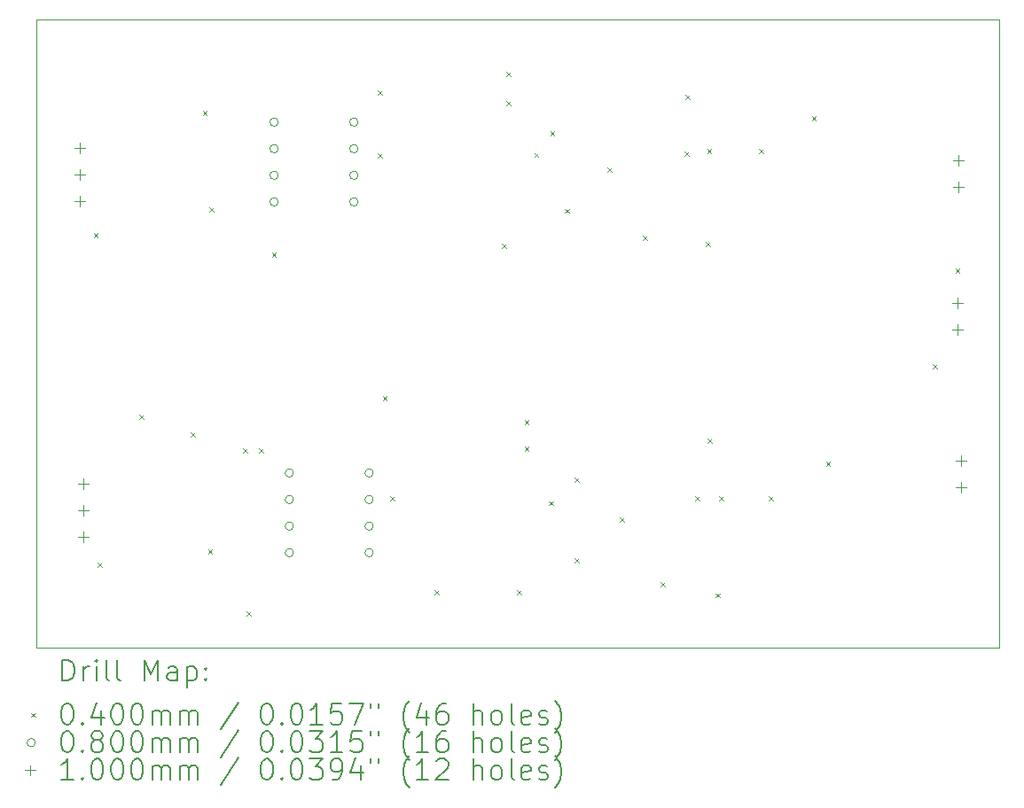
<source format=gbr>
%FSLAX45Y45*%
G04 Gerber Fmt 4.5, Leading zero omitted, Abs format (unit mm)*
G04 Created by KiCad (PCBNEW (6.99.0)) date 2022-07-26 17:29:35*
%MOMM*%
%LPD*%
G01*
G04 APERTURE LIST*
%TA.AperFunction,Profile*%
%ADD10C,0.100000*%
%TD*%
%ADD11C,0.200000*%
%ADD12C,0.040000*%
%ADD13C,0.080000*%
%ADD14C,0.100000*%
G04 APERTURE END LIST*
D10*
X9607550Y-6488400D02*
X18807550Y-6488400D01*
X18807550Y-6488400D02*
X18807550Y-12488400D01*
X18807550Y-12488400D02*
X9607550Y-12488400D01*
X9607550Y-12488400D02*
X9607550Y-6488400D01*
D11*
D12*
X10158000Y-8525800D02*
X10198000Y-8565800D01*
X10198000Y-8525800D02*
X10158000Y-8565800D01*
X10197150Y-11675400D02*
X10237150Y-11715400D01*
X10237150Y-11675400D02*
X10197150Y-11715400D01*
X10597200Y-10267000D02*
X10637200Y-10307000D01*
X10637200Y-10267000D02*
X10597200Y-10307000D01*
X11086150Y-10430800D02*
X11126150Y-10470800D01*
X11126150Y-10430800D02*
X11086150Y-10470800D01*
X11200450Y-7357400D02*
X11240450Y-7397400D01*
X11240450Y-7357400D02*
X11200450Y-7397400D01*
X11251250Y-11548400D02*
X11291250Y-11588400D01*
X11291250Y-11548400D02*
X11251250Y-11588400D01*
X11263950Y-8284500D02*
X11303950Y-8324500D01*
X11303950Y-8284500D02*
X11263950Y-8324500D01*
X11587800Y-10584500D02*
X11627800Y-10624500D01*
X11627800Y-10584500D02*
X11587800Y-10624500D01*
X11619550Y-12145300D02*
X11659550Y-12185300D01*
X11659550Y-12145300D02*
X11619550Y-12185300D01*
X11740200Y-10584500D02*
X11780200Y-10624500D01*
X11780200Y-10584500D02*
X11740200Y-10624500D01*
X11860850Y-8716300D02*
X11900850Y-8756300D01*
X11900850Y-8716300D02*
X11860850Y-8756300D01*
X12870500Y-7166900D02*
X12910500Y-7206900D01*
X12910500Y-7166900D02*
X12870500Y-7206900D01*
X12870500Y-7763800D02*
X12910500Y-7803800D01*
X12910500Y-7763800D02*
X12870500Y-7803800D01*
X12920000Y-10087900D02*
X12960000Y-10127900D01*
X12960000Y-10087900D02*
X12920000Y-10127900D01*
X12991150Y-11041700D02*
X13031150Y-11081700D01*
X13031150Y-11041700D02*
X12991150Y-11081700D01*
X13416600Y-11943400D02*
X13456600Y-11983400D01*
X13456600Y-11943400D02*
X13416600Y-11983400D01*
X14056900Y-8627400D02*
X14096900Y-8667400D01*
X14096900Y-8627400D02*
X14056900Y-8667400D01*
X14101500Y-6989100D02*
X14141500Y-7029100D01*
X14141500Y-6989100D02*
X14101500Y-7029100D01*
X14101500Y-7268500D02*
X14141500Y-7308500D01*
X14141500Y-7268500D02*
X14101500Y-7308500D01*
X14204000Y-11939550D02*
X14244000Y-11979550D01*
X14244000Y-11939550D02*
X14204000Y-11979550D01*
X14273850Y-10316500D02*
X14313850Y-10356500D01*
X14313850Y-10316500D02*
X14273850Y-10356500D01*
X14273850Y-10570500D02*
X14313850Y-10610500D01*
X14313850Y-10570500D02*
X14273850Y-10610500D01*
X14368100Y-7762500D02*
X14408100Y-7802500D01*
X14408100Y-7762500D02*
X14368100Y-7802500D01*
X14508800Y-11088650D02*
X14548800Y-11128650D01*
X14548800Y-11088650D02*
X14508800Y-11128650D01*
X14520500Y-7552900D02*
X14560500Y-7592900D01*
X14560500Y-7552900D02*
X14520500Y-7592900D01*
X14660200Y-8295900D02*
X14700200Y-8335900D01*
X14700200Y-8295900D02*
X14660200Y-8335900D01*
X14754550Y-11637300D02*
X14794550Y-11677300D01*
X14794550Y-11637300D02*
X14754550Y-11677300D01*
X14755150Y-10863900D02*
X14795150Y-10903900D01*
X14795150Y-10863900D02*
X14755150Y-10903900D01*
X15066700Y-7903500D02*
X15106700Y-7943500D01*
X15106700Y-7903500D02*
X15066700Y-7943500D01*
X15181900Y-11243600D02*
X15221900Y-11283600D01*
X15221900Y-11243600D02*
X15181900Y-11283600D01*
X15403100Y-8551200D02*
X15443100Y-8591200D01*
X15443100Y-8551200D02*
X15403100Y-8591200D01*
X15575600Y-11865900D02*
X15615600Y-11905900D01*
X15615600Y-11865900D02*
X15575600Y-11905900D01*
X15804200Y-7752400D02*
X15844200Y-7792400D01*
X15844200Y-7752400D02*
X15804200Y-7792400D01*
X15811500Y-7208900D02*
X15851500Y-7248900D01*
X15851500Y-7208900D02*
X15811500Y-7248900D01*
X15905800Y-11041700D02*
X15945800Y-11081700D01*
X15945800Y-11041700D02*
X15905800Y-11081700D01*
X16006400Y-8613400D02*
X16046400Y-8653400D01*
X16046400Y-8613400D02*
X16006400Y-8653400D01*
X16019100Y-7724400D02*
X16059100Y-7764400D01*
X16059100Y-7724400D02*
X16019100Y-7764400D01*
X16021300Y-10493675D02*
X16061300Y-10533675D01*
X16061300Y-10493675D02*
X16021300Y-10533675D01*
X16096300Y-11970050D02*
X16136300Y-12010050D01*
X16136300Y-11970050D02*
X16096300Y-12010050D01*
X16134400Y-11040400D02*
X16174400Y-11080400D01*
X16174400Y-11040400D02*
X16134400Y-11080400D01*
X16514400Y-7724400D02*
X16554400Y-7764400D01*
X16554400Y-7724400D02*
X16514400Y-7764400D01*
X16604300Y-11040400D02*
X16644300Y-11080400D01*
X16644300Y-11040400D02*
X16604300Y-11080400D01*
X17016000Y-7408200D02*
X17056000Y-7448200D01*
X17056000Y-7408200D02*
X17016000Y-7448200D01*
X17151700Y-10710200D02*
X17191700Y-10750200D01*
X17191700Y-10710200D02*
X17151700Y-10750200D01*
X18172750Y-9783100D02*
X18212750Y-9823100D01*
X18212750Y-9783100D02*
X18172750Y-9823100D01*
X18388650Y-8868700D02*
X18428650Y-8908700D01*
X18428650Y-8868700D02*
X18388650Y-8908700D01*
D13*
X11921850Y-7467300D02*
G75*
G03*
X11921850Y-7467300I-40000J0D01*
G01*
X11921850Y-7721300D02*
G75*
G03*
X11921850Y-7721300I-40000J0D01*
G01*
X11921850Y-7975300D02*
G75*
G03*
X11921850Y-7975300I-40000J0D01*
G01*
X11921850Y-8229300D02*
G75*
G03*
X11921850Y-8229300I-40000J0D01*
G01*
X12067900Y-10820100D02*
G75*
G03*
X12067900Y-10820100I-40000J0D01*
G01*
X12067900Y-11074100D02*
G75*
G03*
X12067900Y-11074100I-40000J0D01*
G01*
X12067900Y-11328100D02*
G75*
G03*
X12067900Y-11328100I-40000J0D01*
G01*
X12067900Y-11582100D02*
G75*
G03*
X12067900Y-11582100I-40000J0D01*
G01*
X12683850Y-7467300D02*
G75*
G03*
X12683850Y-7467300I-40000J0D01*
G01*
X12683850Y-7721300D02*
G75*
G03*
X12683850Y-7721300I-40000J0D01*
G01*
X12683850Y-7975300D02*
G75*
G03*
X12683850Y-7975300I-40000J0D01*
G01*
X12683850Y-8229300D02*
G75*
G03*
X12683850Y-8229300I-40000J0D01*
G01*
X12829900Y-10820100D02*
G75*
G03*
X12829900Y-10820100I-40000J0D01*
G01*
X12829900Y-11074100D02*
G75*
G03*
X12829900Y-11074100I-40000J0D01*
G01*
X12829900Y-11328100D02*
G75*
G03*
X12829900Y-11328100I-40000J0D01*
G01*
X12829900Y-11582100D02*
G75*
G03*
X12829900Y-11582100I-40000J0D01*
G01*
D14*
X10029500Y-7662600D02*
X10029500Y-7762600D01*
X9979500Y-7712600D02*
X10079500Y-7712600D01*
X10029500Y-7916600D02*
X10029500Y-8016600D01*
X9979500Y-7966600D02*
X10079500Y-7966600D01*
X10029500Y-8170600D02*
X10029500Y-8270600D01*
X9979500Y-8220600D02*
X10079500Y-8220600D01*
X10058400Y-10871750D02*
X10058400Y-10971750D01*
X10008400Y-10921750D02*
X10108400Y-10921750D01*
X10058400Y-11125750D02*
X10058400Y-11225750D01*
X10008400Y-11175750D02*
X10108400Y-11175750D01*
X10058400Y-11379750D02*
X10058400Y-11479750D01*
X10008400Y-11429750D02*
X10108400Y-11429750D01*
X18408650Y-9143500D02*
X18408650Y-9243500D01*
X18358650Y-9193500D02*
X18458650Y-9193500D01*
X18408650Y-9397500D02*
X18408650Y-9497500D01*
X18358650Y-9447500D02*
X18458650Y-9447500D01*
X18414300Y-7783100D02*
X18414300Y-7883100D01*
X18364300Y-7833100D02*
X18464300Y-7833100D01*
X18414300Y-8037100D02*
X18414300Y-8137100D01*
X18364300Y-8087100D02*
X18464300Y-8087100D01*
X18440600Y-10654300D02*
X18440600Y-10754300D01*
X18390600Y-10704300D02*
X18490600Y-10704300D01*
X18440600Y-10908300D02*
X18440600Y-11008300D01*
X18390600Y-10958300D02*
X18490600Y-10958300D01*
D11*
X9860169Y-12803876D02*
X9860169Y-12603876D01*
X9907788Y-12603876D01*
X9936360Y-12613400D01*
X9955407Y-12632448D01*
X9964931Y-12651495D01*
X9974455Y-12689590D01*
X9974455Y-12718162D01*
X9964931Y-12756257D01*
X9955407Y-12775305D01*
X9936360Y-12794352D01*
X9907788Y-12803876D01*
X9860169Y-12803876D01*
X10060169Y-12803876D02*
X10060169Y-12670543D01*
X10060169Y-12708638D02*
X10069693Y-12689590D01*
X10079217Y-12680067D01*
X10098264Y-12670543D01*
X10117312Y-12670543D01*
X10183979Y-12803876D02*
X10183979Y-12670543D01*
X10183979Y-12603876D02*
X10174455Y-12613400D01*
X10183979Y-12622924D01*
X10193502Y-12613400D01*
X10183979Y-12603876D01*
X10183979Y-12622924D01*
X10307788Y-12803876D02*
X10288740Y-12794352D01*
X10279217Y-12775305D01*
X10279217Y-12603876D01*
X10412550Y-12803876D02*
X10393502Y-12794352D01*
X10383979Y-12775305D01*
X10383979Y-12603876D01*
X10641121Y-12803876D02*
X10641121Y-12603876D01*
X10707788Y-12746733D01*
X10774455Y-12603876D01*
X10774455Y-12803876D01*
X10955407Y-12803876D02*
X10955407Y-12699114D01*
X10945883Y-12680067D01*
X10926836Y-12670543D01*
X10888740Y-12670543D01*
X10869693Y-12680067D01*
X10955407Y-12794352D02*
X10936360Y-12803876D01*
X10888740Y-12803876D01*
X10869693Y-12794352D01*
X10860169Y-12775305D01*
X10860169Y-12756257D01*
X10869693Y-12737209D01*
X10888740Y-12727686D01*
X10936360Y-12727686D01*
X10955407Y-12718162D01*
X11050645Y-12670543D02*
X11050645Y-12870543D01*
X11050645Y-12680067D02*
X11069693Y-12670543D01*
X11107788Y-12670543D01*
X11126836Y-12680067D01*
X11136360Y-12689590D01*
X11145883Y-12708638D01*
X11145883Y-12765781D01*
X11136360Y-12784828D01*
X11126836Y-12794352D01*
X11107788Y-12803876D01*
X11069693Y-12803876D01*
X11050645Y-12794352D01*
X11231598Y-12784828D02*
X11241121Y-12794352D01*
X11231598Y-12803876D01*
X11222074Y-12794352D01*
X11231598Y-12784828D01*
X11231598Y-12803876D01*
X11231598Y-12680067D02*
X11241121Y-12689590D01*
X11231598Y-12699114D01*
X11222074Y-12689590D01*
X11231598Y-12680067D01*
X11231598Y-12699114D01*
D12*
X9562550Y-13113400D02*
X9602550Y-13153400D01*
X9602550Y-13113400D02*
X9562550Y-13153400D01*
D11*
X9898264Y-13023876D02*
X9917312Y-13023876D01*
X9936360Y-13033400D01*
X9945883Y-13042924D01*
X9955407Y-13061971D01*
X9964931Y-13100067D01*
X9964931Y-13147686D01*
X9955407Y-13185781D01*
X9945883Y-13204828D01*
X9936360Y-13214352D01*
X9917312Y-13223876D01*
X9898264Y-13223876D01*
X9879217Y-13214352D01*
X9869693Y-13204828D01*
X9860169Y-13185781D01*
X9850645Y-13147686D01*
X9850645Y-13100067D01*
X9860169Y-13061971D01*
X9869693Y-13042924D01*
X9879217Y-13033400D01*
X9898264Y-13023876D01*
X10050645Y-13204828D02*
X10060169Y-13214352D01*
X10050645Y-13223876D01*
X10041121Y-13214352D01*
X10050645Y-13204828D01*
X10050645Y-13223876D01*
X10231598Y-13090543D02*
X10231598Y-13223876D01*
X10183979Y-13014352D02*
X10136360Y-13157209D01*
X10260169Y-13157209D01*
X10374455Y-13023876D02*
X10393502Y-13023876D01*
X10412550Y-13033400D01*
X10422074Y-13042924D01*
X10431598Y-13061971D01*
X10441121Y-13100067D01*
X10441121Y-13147686D01*
X10431598Y-13185781D01*
X10422074Y-13204828D01*
X10412550Y-13214352D01*
X10393502Y-13223876D01*
X10374455Y-13223876D01*
X10355407Y-13214352D01*
X10345883Y-13204828D01*
X10336360Y-13185781D01*
X10326836Y-13147686D01*
X10326836Y-13100067D01*
X10336360Y-13061971D01*
X10345883Y-13042924D01*
X10355407Y-13033400D01*
X10374455Y-13023876D01*
X10564931Y-13023876D02*
X10583979Y-13023876D01*
X10603026Y-13033400D01*
X10612550Y-13042924D01*
X10622074Y-13061971D01*
X10631598Y-13100067D01*
X10631598Y-13147686D01*
X10622074Y-13185781D01*
X10612550Y-13204828D01*
X10603026Y-13214352D01*
X10583979Y-13223876D01*
X10564931Y-13223876D01*
X10545883Y-13214352D01*
X10536360Y-13204828D01*
X10526836Y-13185781D01*
X10517312Y-13147686D01*
X10517312Y-13100067D01*
X10526836Y-13061971D01*
X10536360Y-13042924D01*
X10545883Y-13033400D01*
X10564931Y-13023876D01*
X10717312Y-13223876D02*
X10717312Y-13090543D01*
X10717312Y-13109590D02*
X10726836Y-13100067D01*
X10745883Y-13090543D01*
X10774455Y-13090543D01*
X10793502Y-13100067D01*
X10803026Y-13119114D01*
X10803026Y-13223876D01*
X10803026Y-13119114D02*
X10812550Y-13100067D01*
X10831598Y-13090543D01*
X10860169Y-13090543D01*
X10879217Y-13100067D01*
X10888740Y-13119114D01*
X10888740Y-13223876D01*
X10983979Y-13223876D02*
X10983979Y-13090543D01*
X10983979Y-13109590D02*
X10993502Y-13100067D01*
X11012550Y-13090543D01*
X11041121Y-13090543D01*
X11060169Y-13100067D01*
X11069693Y-13119114D01*
X11069693Y-13223876D01*
X11069693Y-13119114D02*
X11079217Y-13100067D01*
X11098264Y-13090543D01*
X11126836Y-13090543D01*
X11145883Y-13100067D01*
X11155407Y-13119114D01*
X11155407Y-13223876D01*
X11545883Y-13014352D02*
X11374455Y-13271495D01*
X11803026Y-13023876D02*
X11822074Y-13023876D01*
X11841121Y-13033400D01*
X11850645Y-13042924D01*
X11860169Y-13061971D01*
X11869693Y-13100067D01*
X11869693Y-13147686D01*
X11860169Y-13185781D01*
X11850645Y-13204828D01*
X11841121Y-13214352D01*
X11822074Y-13223876D01*
X11803026Y-13223876D01*
X11783978Y-13214352D01*
X11774455Y-13204828D01*
X11764931Y-13185781D01*
X11755407Y-13147686D01*
X11755407Y-13100067D01*
X11764931Y-13061971D01*
X11774455Y-13042924D01*
X11783978Y-13033400D01*
X11803026Y-13023876D01*
X11955407Y-13204828D02*
X11964931Y-13214352D01*
X11955407Y-13223876D01*
X11945883Y-13214352D01*
X11955407Y-13204828D01*
X11955407Y-13223876D01*
X12088740Y-13023876D02*
X12107788Y-13023876D01*
X12126836Y-13033400D01*
X12136359Y-13042924D01*
X12145883Y-13061971D01*
X12155407Y-13100067D01*
X12155407Y-13147686D01*
X12145883Y-13185781D01*
X12136359Y-13204828D01*
X12126836Y-13214352D01*
X12107788Y-13223876D01*
X12088740Y-13223876D01*
X12069693Y-13214352D01*
X12060169Y-13204828D01*
X12050645Y-13185781D01*
X12041121Y-13147686D01*
X12041121Y-13100067D01*
X12050645Y-13061971D01*
X12060169Y-13042924D01*
X12069693Y-13033400D01*
X12088740Y-13023876D01*
X12345883Y-13223876D02*
X12231598Y-13223876D01*
X12288740Y-13223876D02*
X12288740Y-13023876D01*
X12269693Y-13052448D01*
X12250645Y-13071495D01*
X12231598Y-13081019D01*
X12526836Y-13023876D02*
X12431598Y-13023876D01*
X12422074Y-13119114D01*
X12431598Y-13109590D01*
X12450645Y-13100067D01*
X12498264Y-13100067D01*
X12517312Y-13109590D01*
X12526836Y-13119114D01*
X12536359Y-13138162D01*
X12536359Y-13185781D01*
X12526836Y-13204828D01*
X12517312Y-13214352D01*
X12498264Y-13223876D01*
X12450645Y-13223876D01*
X12431598Y-13214352D01*
X12422074Y-13204828D01*
X12603026Y-13023876D02*
X12736359Y-13023876D01*
X12650645Y-13223876D01*
X12803026Y-13023876D02*
X12803026Y-13061971D01*
X12879217Y-13023876D02*
X12879217Y-13061971D01*
X13174455Y-13300067D02*
X13164931Y-13290543D01*
X13145883Y-13261971D01*
X13136359Y-13242924D01*
X13126836Y-13214352D01*
X13117312Y-13166733D01*
X13117312Y-13128638D01*
X13126836Y-13081019D01*
X13136359Y-13052448D01*
X13145883Y-13033400D01*
X13164931Y-13004828D01*
X13174455Y-12995305D01*
X13336359Y-13090543D02*
X13336359Y-13223876D01*
X13288740Y-13014352D02*
X13241121Y-13157209D01*
X13364931Y-13157209D01*
X13526836Y-13023876D02*
X13488740Y-13023876D01*
X13469693Y-13033400D01*
X13460169Y-13042924D01*
X13441121Y-13071495D01*
X13431598Y-13109590D01*
X13431598Y-13185781D01*
X13441121Y-13204828D01*
X13450645Y-13214352D01*
X13469693Y-13223876D01*
X13507788Y-13223876D01*
X13526836Y-13214352D01*
X13536359Y-13204828D01*
X13545883Y-13185781D01*
X13545883Y-13138162D01*
X13536359Y-13119114D01*
X13526836Y-13109590D01*
X13507788Y-13100067D01*
X13469693Y-13100067D01*
X13450645Y-13109590D01*
X13441121Y-13119114D01*
X13431598Y-13138162D01*
X13783978Y-13223876D02*
X13783978Y-13023876D01*
X13869693Y-13223876D02*
X13869693Y-13119114D01*
X13860169Y-13100067D01*
X13841121Y-13090543D01*
X13812550Y-13090543D01*
X13793502Y-13100067D01*
X13783978Y-13109590D01*
X13993502Y-13223876D02*
X13974455Y-13214352D01*
X13964931Y-13204828D01*
X13955407Y-13185781D01*
X13955407Y-13128638D01*
X13964931Y-13109590D01*
X13974455Y-13100067D01*
X13993502Y-13090543D01*
X14022074Y-13090543D01*
X14041121Y-13100067D01*
X14050645Y-13109590D01*
X14060169Y-13128638D01*
X14060169Y-13185781D01*
X14050645Y-13204828D01*
X14041121Y-13214352D01*
X14022074Y-13223876D01*
X13993502Y-13223876D01*
X14174455Y-13223876D02*
X14155407Y-13214352D01*
X14145883Y-13195305D01*
X14145883Y-13023876D01*
X14326836Y-13214352D02*
X14307788Y-13223876D01*
X14269693Y-13223876D01*
X14250645Y-13214352D01*
X14241121Y-13195305D01*
X14241121Y-13119114D01*
X14250645Y-13100067D01*
X14269693Y-13090543D01*
X14307788Y-13090543D01*
X14326836Y-13100067D01*
X14336359Y-13119114D01*
X14336359Y-13138162D01*
X14241121Y-13157209D01*
X14412550Y-13214352D02*
X14431598Y-13223876D01*
X14469693Y-13223876D01*
X14488740Y-13214352D01*
X14498264Y-13195305D01*
X14498264Y-13185781D01*
X14488740Y-13166733D01*
X14469693Y-13157209D01*
X14441121Y-13157209D01*
X14422074Y-13147686D01*
X14412550Y-13128638D01*
X14412550Y-13119114D01*
X14422074Y-13100067D01*
X14441121Y-13090543D01*
X14469693Y-13090543D01*
X14488740Y-13100067D01*
X14564931Y-13300067D02*
X14574455Y-13290543D01*
X14593502Y-13261971D01*
X14603026Y-13242924D01*
X14612550Y-13214352D01*
X14622074Y-13166733D01*
X14622074Y-13128638D01*
X14612550Y-13081019D01*
X14603026Y-13052448D01*
X14593502Y-13033400D01*
X14574455Y-13004828D01*
X14564931Y-12995305D01*
D13*
X9602550Y-13397400D02*
G75*
G03*
X9602550Y-13397400I-40000J0D01*
G01*
D11*
X9898264Y-13287876D02*
X9917312Y-13287876D01*
X9936360Y-13297400D01*
X9945883Y-13306924D01*
X9955407Y-13325971D01*
X9964931Y-13364067D01*
X9964931Y-13411686D01*
X9955407Y-13449781D01*
X9945883Y-13468828D01*
X9936360Y-13478352D01*
X9917312Y-13487876D01*
X9898264Y-13487876D01*
X9879217Y-13478352D01*
X9869693Y-13468828D01*
X9860169Y-13449781D01*
X9850645Y-13411686D01*
X9850645Y-13364067D01*
X9860169Y-13325971D01*
X9869693Y-13306924D01*
X9879217Y-13297400D01*
X9898264Y-13287876D01*
X10050645Y-13468828D02*
X10060169Y-13478352D01*
X10050645Y-13487876D01*
X10041121Y-13478352D01*
X10050645Y-13468828D01*
X10050645Y-13487876D01*
X10174455Y-13373590D02*
X10155407Y-13364067D01*
X10145883Y-13354543D01*
X10136360Y-13335495D01*
X10136360Y-13325971D01*
X10145883Y-13306924D01*
X10155407Y-13297400D01*
X10174455Y-13287876D01*
X10212550Y-13287876D01*
X10231598Y-13297400D01*
X10241121Y-13306924D01*
X10250645Y-13325971D01*
X10250645Y-13335495D01*
X10241121Y-13354543D01*
X10231598Y-13364067D01*
X10212550Y-13373590D01*
X10174455Y-13373590D01*
X10155407Y-13383114D01*
X10145883Y-13392638D01*
X10136360Y-13411686D01*
X10136360Y-13449781D01*
X10145883Y-13468828D01*
X10155407Y-13478352D01*
X10174455Y-13487876D01*
X10212550Y-13487876D01*
X10231598Y-13478352D01*
X10241121Y-13468828D01*
X10250645Y-13449781D01*
X10250645Y-13411686D01*
X10241121Y-13392638D01*
X10231598Y-13383114D01*
X10212550Y-13373590D01*
X10374455Y-13287876D02*
X10393502Y-13287876D01*
X10412550Y-13297400D01*
X10422074Y-13306924D01*
X10431598Y-13325971D01*
X10441121Y-13364067D01*
X10441121Y-13411686D01*
X10431598Y-13449781D01*
X10422074Y-13468828D01*
X10412550Y-13478352D01*
X10393502Y-13487876D01*
X10374455Y-13487876D01*
X10355407Y-13478352D01*
X10345883Y-13468828D01*
X10336360Y-13449781D01*
X10326836Y-13411686D01*
X10326836Y-13364067D01*
X10336360Y-13325971D01*
X10345883Y-13306924D01*
X10355407Y-13297400D01*
X10374455Y-13287876D01*
X10564931Y-13287876D02*
X10583979Y-13287876D01*
X10603026Y-13297400D01*
X10612550Y-13306924D01*
X10622074Y-13325971D01*
X10631598Y-13364067D01*
X10631598Y-13411686D01*
X10622074Y-13449781D01*
X10612550Y-13468828D01*
X10603026Y-13478352D01*
X10583979Y-13487876D01*
X10564931Y-13487876D01*
X10545883Y-13478352D01*
X10536360Y-13468828D01*
X10526836Y-13449781D01*
X10517312Y-13411686D01*
X10517312Y-13364067D01*
X10526836Y-13325971D01*
X10536360Y-13306924D01*
X10545883Y-13297400D01*
X10564931Y-13287876D01*
X10717312Y-13487876D02*
X10717312Y-13354543D01*
X10717312Y-13373590D02*
X10726836Y-13364067D01*
X10745883Y-13354543D01*
X10774455Y-13354543D01*
X10793502Y-13364067D01*
X10803026Y-13383114D01*
X10803026Y-13487876D01*
X10803026Y-13383114D02*
X10812550Y-13364067D01*
X10831598Y-13354543D01*
X10860169Y-13354543D01*
X10879217Y-13364067D01*
X10888740Y-13383114D01*
X10888740Y-13487876D01*
X10983979Y-13487876D02*
X10983979Y-13354543D01*
X10983979Y-13373590D02*
X10993502Y-13364067D01*
X11012550Y-13354543D01*
X11041121Y-13354543D01*
X11060169Y-13364067D01*
X11069693Y-13383114D01*
X11069693Y-13487876D01*
X11069693Y-13383114D02*
X11079217Y-13364067D01*
X11098264Y-13354543D01*
X11126836Y-13354543D01*
X11145883Y-13364067D01*
X11155407Y-13383114D01*
X11155407Y-13487876D01*
X11545883Y-13278352D02*
X11374455Y-13535495D01*
X11803026Y-13287876D02*
X11822074Y-13287876D01*
X11841121Y-13297400D01*
X11850645Y-13306924D01*
X11860169Y-13325971D01*
X11869693Y-13364067D01*
X11869693Y-13411686D01*
X11860169Y-13449781D01*
X11850645Y-13468828D01*
X11841121Y-13478352D01*
X11822074Y-13487876D01*
X11803026Y-13487876D01*
X11783978Y-13478352D01*
X11774455Y-13468828D01*
X11764931Y-13449781D01*
X11755407Y-13411686D01*
X11755407Y-13364067D01*
X11764931Y-13325971D01*
X11774455Y-13306924D01*
X11783978Y-13297400D01*
X11803026Y-13287876D01*
X11955407Y-13468828D02*
X11964931Y-13478352D01*
X11955407Y-13487876D01*
X11945883Y-13478352D01*
X11955407Y-13468828D01*
X11955407Y-13487876D01*
X12088740Y-13287876D02*
X12107788Y-13287876D01*
X12126836Y-13297400D01*
X12136359Y-13306924D01*
X12145883Y-13325971D01*
X12155407Y-13364067D01*
X12155407Y-13411686D01*
X12145883Y-13449781D01*
X12136359Y-13468828D01*
X12126836Y-13478352D01*
X12107788Y-13487876D01*
X12088740Y-13487876D01*
X12069693Y-13478352D01*
X12060169Y-13468828D01*
X12050645Y-13449781D01*
X12041121Y-13411686D01*
X12041121Y-13364067D01*
X12050645Y-13325971D01*
X12060169Y-13306924D01*
X12069693Y-13297400D01*
X12088740Y-13287876D01*
X12222074Y-13287876D02*
X12345883Y-13287876D01*
X12279217Y-13364067D01*
X12307788Y-13364067D01*
X12326836Y-13373590D01*
X12336359Y-13383114D01*
X12345883Y-13402162D01*
X12345883Y-13449781D01*
X12336359Y-13468828D01*
X12326836Y-13478352D01*
X12307788Y-13487876D01*
X12250645Y-13487876D01*
X12231598Y-13478352D01*
X12222074Y-13468828D01*
X12536359Y-13487876D02*
X12422074Y-13487876D01*
X12479217Y-13487876D02*
X12479217Y-13287876D01*
X12460169Y-13316448D01*
X12441121Y-13335495D01*
X12422074Y-13345019D01*
X12717312Y-13287876D02*
X12622074Y-13287876D01*
X12612550Y-13383114D01*
X12622074Y-13373590D01*
X12641121Y-13364067D01*
X12688740Y-13364067D01*
X12707788Y-13373590D01*
X12717312Y-13383114D01*
X12726836Y-13402162D01*
X12726836Y-13449781D01*
X12717312Y-13468828D01*
X12707788Y-13478352D01*
X12688740Y-13487876D01*
X12641121Y-13487876D01*
X12622074Y-13478352D01*
X12612550Y-13468828D01*
X12803026Y-13287876D02*
X12803026Y-13325971D01*
X12879217Y-13287876D02*
X12879217Y-13325971D01*
X13174455Y-13564067D02*
X13164931Y-13554543D01*
X13145883Y-13525971D01*
X13136359Y-13506924D01*
X13126836Y-13478352D01*
X13117312Y-13430733D01*
X13117312Y-13392638D01*
X13126836Y-13345019D01*
X13136359Y-13316448D01*
X13145883Y-13297400D01*
X13164931Y-13268828D01*
X13174455Y-13259305D01*
X13355407Y-13487876D02*
X13241121Y-13487876D01*
X13298264Y-13487876D02*
X13298264Y-13287876D01*
X13279217Y-13316448D01*
X13260169Y-13335495D01*
X13241121Y-13345019D01*
X13526836Y-13287876D02*
X13488740Y-13287876D01*
X13469693Y-13297400D01*
X13460169Y-13306924D01*
X13441121Y-13335495D01*
X13431598Y-13373590D01*
X13431598Y-13449781D01*
X13441121Y-13468828D01*
X13450645Y-13478352D01*
X13469693Y-13487876D01*
X13507788Y-13487876D01*
X13526836Y-13478352D01*
X13536359Y-13468828D01*
X13545883Y-13449781D01*
X13545883Y-13402162D01*
X13536359Y-13383114D01*
X13526836Y-13373590D01*
X13507788Y-13364067D01*
X13469693Y-13364067D01*
X13450645Y-13373590D01*
X13441121Y-13383114D01*
X13431598Y-13402162D01*
X13783978Y-13487876D02*
X13783978Y-13287876D01*
X13869693Y-13487876D02*
X13869693Y-13383114D01*
X13860169Y-13364067D01*
X13841121Y-13354543D01*
X13812550Y-13354543D01*
X13793502Y-13364067D01*
X13783978Y-13373590D01*
X13993502Y-13487876D02*
X13974455Y-13478352D01*
X13964931Y-13468828D01*
X13955407Y-13449781D01*
X13955407Y-13392638D01*
X13964931Y-13373590D01*
X13974455Y-13364067D01*
X13993502Y-13354543D01*
X14022074Y-13354543D01*
X14041121Y-13364067D01*
X14050645Y-13373590D01*
X14060169Y-13392638D01*
X14060169Y-13449781D01*
X14050645Y-13468828D01*
X14041121Y-13478352D01*
X14022074Y-13487876D01*
X13993502Y-13487876D01*
X14174455Y-13487876D02*
X14155407Y-13478352D01*
X14145883Y-13459305D01*
X14145883Y-13287876D01*
X14326836Y-13478352D02*
X14307788Y-13487876D01*
X14269693Y-13487876D01*
X14250645Y-13478352D01*
X14241121Y-13459305D01*
X14241121Y-13383114D01*
X14250645Y-13364067D01*
X14269693Y-13354543D01*
X14307788Y-13354543D01*
X14326836Y-13364067D01*
X14336359Y-13383114D01*
X14336359Y-13402162D01*
X14241121Y-13421209D01*
X14412550Y-13478352D02*
X14431598Y-13487876D01*
X14469693Y-13487876D01*
X14488740Y-13478352D01*
X14498264Y-13459305D01*
X14498264Y-13449781D01*
X14488740Y-13430733D01*
X14469693Y-13421209D01*
X14441121Y-13421209D01*
X14422074Y-13411686D01*
X14412550Y-13392638D01*
X14412550Y-13383114D01*
X14422074Y-13364067D01*
X14441121Y-13354543D01*
X14469693Y-13354543D01*
X14488740Y-13364067D01*
X14564931Y-13564067D02*
X14574455Y-13554543D01*
X14593502Y-13525971D01*
X14603026Y-13506924D01*
X14612550Y-13478352D01*
X14622074Y-13430733D01*
X14622074Y-13392638D01*
X14612550Y-13345019D01*
X14603026Y-13316448D01*
X14593502Y-13297400D01*
X14574455Y-13268828D01*
X14564931Y-13259305D01*
D14*
X9552550Y-13611400D02*
X9552550Y-13711400D01*
X9502550Y-13661400D02*
X9602550Y-13661400D01*
D11*
X9964931Y-13751876D02*
X9850645Y-13751876D01*
X9907788Y-13751876D02*
X9907788Y-13551876D01*
X9888740Y-13580448D01*
X9869693Y-13599495D01*
X9850645Y-13609019D01*
X10050645Y-13732828D02*
X10060169Y-13742352D01*
X10050645Y-13751876D01*
X10041121Y-13742352D01*
X10050645Y-13732828D01*
X10050645Y-13751876D01*
X10183979Y-13551876D02*
X10203026Y-13551876D01*
X10222074Y-13561400D01*
X10231598Y-13570924D01*
X10241121Y-13589971D01*
X10250645Y-13628067D01*
X10250645Y-13675686D01*
X10241121Y-13713781D01*
X10231598Y-13732828D01*
X10222074Y-13742352D01*
X10203026Y-13751876D01*
X10183979Y-13751876D01*
X10164931Y-13742352D01*
X10155407Y-13732828D01*
X10145883Y-13713781D01*
X10136360Y-13675686D01*
X10136360Y-13628067D01*
X10145883Y-13589971D01*
X10155407Y-13570924D01*
X10164931Y-13561400D01*
X10183979Y-13551876D01*
X10374455Y-13551876D02*
X10393502Y-13551876D01*
X10412550Y-13561400D01*
X10422074Y-13570924D01*
X10431598Y-13589971D01*
X10441121Y-13628067D01*
X10441121Y-13675686D01*
X10431598Y-13713781D01*
X10422074Y-13732828D01*
X10412550Y-13742352D01*
X10393502Y-13751876D01*
X10374455Y-13751876D01*
X10355407Y-13742352D01*
X10345883Y-13732828D01*
X10336360Y-13713781D01*
X10326836Y-13675686D01*
X10326836Y-13628067D01*
X10336360Y-13589971D01*
X10345883Y-13570924D01*
X10355407Y-13561400D01*
X10374455Y-13551876D01*
X10564931Y-13551876D02*
X10583979Y-13551876D01*
X10603026Y-13561400D01*
X10612550Y-13570924D01*
X10622074Y-13589971D01*
X10631598Y-13628067D01*
X10631598Y-13675686D01*
X10622074Y-13713781D01*
X10612550Y-13732828D01*
X10603026Y-13742352D01*
X10583979Y-13751876D01*
X10564931Y-13751876D01*
X10545883Y-13742352D01*
X10536360Y-13732828D01*
X10526836Y-13713781D01*
X10517312Y-13675686D01*
X10517312Y-13628067D01*
X10526836Y-13589971D01*
X10536360Y-13570924D01*
X10545883Y-13561400D01*
X10564931Y-13551876D01*
X10717312Y-13751876D02*
X10717312Y-13618543D01*
X10717312Y-13637590D02*
X10726836Y-13628067D01*
X10745883Y-13618543D01*
X10774455Y-13618543D01*
X10793502Y-13628067D01*
X10803026Y-13647114D01*
X10803026Y-13751876D01*
X10803026Y-13647114D02*
X10812550Y-13628067D01*
X10831598Y-13618543D01*
X10860169Y-13618543D01*
X10879217Y-13628067D01*
X10888740Y-13647114D01*
X10888740Y-13751876D01*
X10983979Y-13751876D02*
X10983979Y-13618543D01*
X10983979Y-13637590D02*
X10993502Y-13628067D01*
X11012550Y-13618543D01*
X11041121Y-13618543D01*
X11060169Y-13628067D01*
X11069693Y-13647114D01*
X11069693Y-13751876D01*
X11069693Y-13647114D02*
X11079217Y-13628067D01*
X11098264Y-13618543D01*
X11126836Y-13618543D01*
X11145883Y-13628067D01*
X11155407Y-13647114D01*
X11155407Y-13751876D01*
X11545883Y-13542352D02*
X11374455Y-13799495D01*
X11803026Y-13551876D02*
X11822074Y-13551876D01*
X11841121Y-13561400D01*
X11850645Y-13570924D01*
X11860169Y-13589971D01*
X11869693Y-13628067D01*
X11869693Y-13675686D01*
X11860169Y-13713781D01*
X11850645Y-13732828D01*
X11841121Y-13742352D01*
X11822074Y-13751876D01*
X11803026Y-13751876D01*
X11783978Y-13742352D01*
X11774455Y-13732828D01*
X11764931Y-13713781D01*
X11755407Y-13675686D01*
X11755407Y-13628067D01*
X11764931Y-13589971D01*
X11774455Y-13570924D01*
X11783978Y-13561400D01*
X11803026Y-13551876D01*
X11955407Y-13732828D02*
X11964931Y-13742352D01*
X11955407Y-13751876D01*
X11945883Y-13742352D01*
X11955407Y-13732828D01*
X11955407Y-13751876D01*
X12088740Y-13551876D02*
X12107788Y-13551876D01*
X12126836Y-13561400D01*
X12136359Y-13570924D01*
X12145883Y-13589971D01*
X12155407Y-13628067D01*
X12155407Y-13675686D01*
X12145883Y-13713781D01*
X12136359Y-13732828D01*
X12126836Y-13742352D01*
X12107788Y-13751876D01*
X12088740Y-13751876D01*
X12069693Y-13742352D01*
X12060169Y-13732828D01*
X12050645Y-13713781D01*
X12041121Y-13675686D01*
X12041121Y-13628067D01*
X12050645Y-13589971D01*
X12060169Y-13570924D01*
X12069693Y-13561400D01*
X12088740Y-13551876D01*
X12222074Y-13551876D02*
X12345883Y-13551876D01*
X12279217Y-13628067D01*
X12307788Y-13628067D01*
X12326836Y-13637590D01*
X12336359Y-13647114D01*
X12345883Y-13666162D01*
X12345883Y-13713781D01*
X12336359Y-13732828D01*
X12326836Y-13742352D01*
X12307788Y-13751876D01*
X12250645Y-13751876D01*
X12231598Y-13742352D01*
X12222074Y-13732828D01*
X12441121Y-13751876D02*
X12479217Y-13751876D01*
X12498264Y-13742352D01*
X12507788Y-13732828D01*
X12526836Y-13704257D01*
X12536359Y-13666162D01*
X12536359Y-13589971D01*
X12526836Y-13570924D01*
X12517312Y-13561400D01*
X12498264Y-13551876D01*
X12460169Y-13551876D01*
X12441121Y-13561400D01*
X12431598Y-13570924D01*
X12422074Y-13589971D01*
X12422074Y-13637590D01*
X12431598Y-13656638D01*
X12441121Y-13666162D01*
X12460169Y-13675686D01*
X12498264Y-13675686D01*
X12517312Y-13666162D01*
X12526836Y-13656638D01*
X12536359Y-13637590D01*
X12707788Y-13618543D02*
X12707788Y-13751876D01*
X12660169Y-13542352D02*
X12612550Y-13685209D01*
X12736359Y-13685209D01*
X12803026Y-13551876D02*
X12803026Y-13589971D01*
X12879217Y-13551876D02*
X12879217Y-13589971D01*
X13174455Y-13828067D02*
X13164931Y-13818543D01*
X13145883Y-13789971D01*
X13136359Y-13770924D01*
X13126836Y-13742352D01*
X13117312Y-13694733D01*
X13117312Y-13656638D01*
X13126836Y-13609019D01*
X13136359Y-13580448D01*
X13145883Y-13561400D01*
X13164931Y-13532828D01*
X13174455Y-13523305D01*
X13355407Y-13751876D02*
X13241121Y-13751876D01*
X13298264Y-13751876D02*
X13298264Y-13551876D01*
X13279217Y-13580448D01*
X13260169Y-13599495D01*
X13241121Y-13609019D01*
X13431598Y-13570924D02*
X13441121Y-13561400D01*
X13460169Y-13551876D01*
X13507788Y-13551876D01*
X13526836Y-13561400D01*
X13536359Y-13570924D01*
X13545883Y-13589971D01*
X13545883Y-13609019D01*
X13536359Y-13637590D01*
X13422074Y-13751876D01*
X13545883Y-13751876D01*
X13783978Y-13751876D02*
X13783978Y-13551876D01*
X13869693Y-13751876D02*
X13869693Y-13647114D01*
X13860169Y-13628067D01*
X13841121Y-13618543D01*
X13812550Y-13618543D01*
X13793502Y-13628067D01*
X13783978Y-13637590D01*
X13993502Y-13751876D02*
X13974455Y-13742352D01*
X13964931Y-13732828D01*
X13955407Y-13713781D01*
X13955407Y-13656638D01*
X13964931Y-13637590D01*
X13974455Y-13628067D01*
X13993502Y-13618543D01*
X14022074Y-13618543D01*
X14041121Y-13628067D01*
X14050645Y-13637590D01*
X14060169Y-13656638D01*
X14060169Y-13713781D01*
X14050645Y-13732828D01*
X14041121Y-13742352D01*
X14022074Y-13751876D01*
X13993502Y-13751876D01*
X14174455Y-13751876D02*
X14155407Y-13742352D01*
X14145883Y-13723305D01*
X14145883Y-13551876D01*
X14326836Y-13742352D02*
X14307788Y-13751876D01*
X14269693Y-13751876D01*
X14250645Y-13742352D01*
X14241121Y-13723305D01*
X14241121Y-13647114D01*
X14250645Y-13628067D01*
X14269693Y-13618543D01*
X14307788Y-13618543D01*
X14326836Y-13628067D01*
X14336359Y-13647114D01*
X14336359Y-13666162D01*
X14241121Y-13685209D01*
X14412550Y-13742352D02*
X14431598Y-13751876D01*
X14469693Y-13751876D01*
X14488740Y-13742352D01*
X14498264Y-13723305D01*
X14498264Y-13713781D01*
X14488740Y-13694733D01*
X14469693Y-13685209D01*
X14441121Y-13685209D01*
X14422074Y-13675686D01*
X14412550Y-13656638D01*
X14412550Y-13647114D01*
X14422074Y-13628067D01*
X14441121Y-13618543D01*
X14469693Y-13618543D01*
X14488740Y-13628067D01*
X14564931Y-13828067D02*
X14574455Y-13818543D01*
X14593502Y-13789971D01*
X14603026Y-13770924D01*
X14612550Y-13742352D01*
X14622074Y-13694733D01*
X14622074Y-13656638D01*
X14612550Y-13609019D01*
X14603026Y-13580448D01*
X14593502Y-13561400D01*
X14574455Y-13532828D01*
X14564931Y-13523305D01*
M02*

</source>
